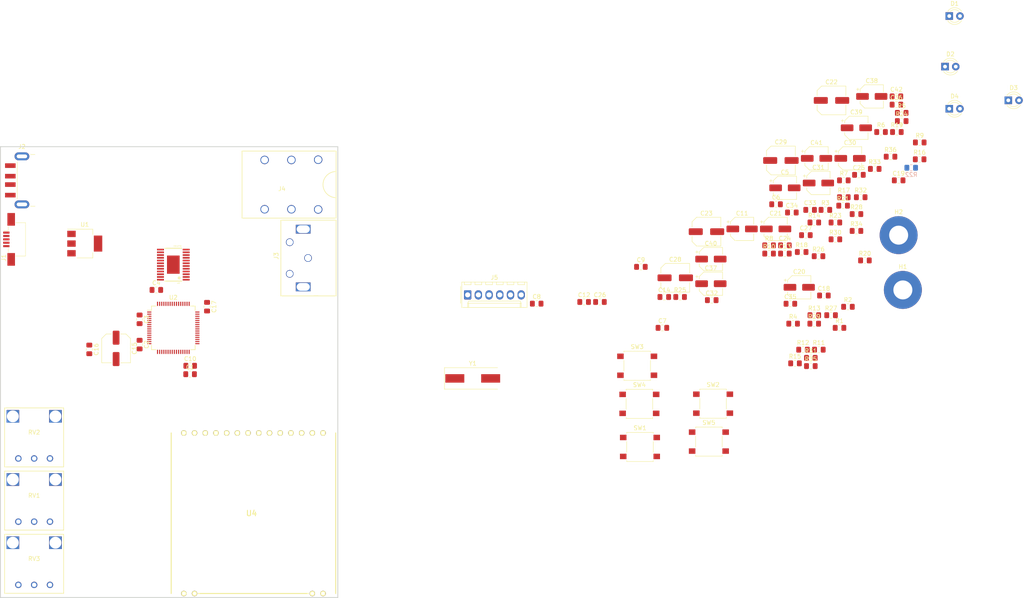
<source format=kicad_pcb>
(kicad_pcb (version 20171130) (host pcbnew "(5.0.2)-1")
  (layers (0 F.Cu signal) (31 B.Cu signal) (34 B.Paste user) (35 F.Paste user) (36 B.SilkS user) (37 F.SilkS user) (38 B.Mask user) (39 F.Mask user) (44 Edge.Cuts user))
  (net 0 "")
  (net 1 GNDD)
  (net 2 +3V3)
  (net 3 GNDA)
  (net 4 +5V)
  (net 5 "Net-(C6-Pad2)")
  (net 6 "Net-(C7-Pad2)")
  (net 7 "Net-(C10-Pad1)")
  (net 8 "Net-(C18-Pad1)")
  (net 9 /Button5)
  (net 10 /OUTR)
  (net 11 "Net-(C20-Pad2)")
  (net 12 "Net-(C21-Pad2)")
  (net 13 /OUTL)
  (net 14 "Net-(C22-Pad2)")
  (net 15 "Net-(C23-Pad1)")
  (net 16 /INR)
  (net 17 /INL)
  (net 18 "Net-(C30-Pad2)")
  (net 19 "Net-(C31-Pad2)")
  (net 20 "Net-(C32-Pad2)")
  (net 21 /Button4)
  (net 22 /Button1)
  (net 23 /Button2)
  (net 24 "Net-(C39-Pad2)")
  (net 25 "Net-(C39-Pad1)")
  (net 26 "Net-(C40-Pad1)")
  (net 27 "Net-(C40-Pad2)")
  (net 28 "Net-(C41-Pad1)")
  (net 29 /Button3)
  (net 30 "Net-(D1-Pad2)")
  (net 31 "Net-(D2-Pad2)")
  (net 32 "Net-(D3-Pad2)")
  (net 33 "Net-(D4-Pad2)")
  (net 34 "Net-(J1-Pad4)")
  (net 35 "Net-(J1-Pad3)")
  (net 36 "Net-(J1-Pad2)")
  (net 37 "Net-(J2-Pad2)")
  (net 38 "Net-(J2-Pad3)")
  (net 39 /USB_ID)
  (net 40 "Net-(J4-Pad2)")
  (net 41 "Net-(J4-Pad1)")
  (net 42 /SWO)
  (net 43 /NRST)
  (net 44 /SWDIO)
  (net 45 /SWCLK)
  (net 46 "Net-(R2-Pad1)")
  (net 47 GND)
  (net 48 "Net-(R3-Pad2)")
  (net 49 /USB_DM)
  (net 50 /USB_DP)
  (net 51 /CODEC_SPI_SCK)
  (net 52 /CODEC_SPI_MISO)
  (net 53 "Net-(R17-Pad2)")
  (net 54 /LED1)
  (net 55 /LED2)
  (net 56 /LED3)
  (net 57 /LED4)
  (net 58 "Net-(R22-Pad1)")
  (net 59 "Net-(R24-Pad1)")
  (net 60 "Net-(R26-Pad1)")
  (net 61 /I2S_SDOUT)
  (net 62 /SPI_MOSI)
  (net 63 /SPI_MISO)
  (net 64 "Net-(R33-Pad2)")
  (net 65 "Net-(R34-Pad1)")
  (net 66 /POT3)
  (net 67 /POT2)
  (net 68 /POT1)
  (net 69 "Net-(U2-Pad2)")
  (net 70 "Net-(U2-Pad3)")
  (net 71 "Net-(U2-Pad4)")
  (net 72 "Net-(U2-Pad11)")
  (net 73 "Net-(U2-Pad17)")
  (net 74 /CODEC_CS)
  (net 75 /CODEC_SPI_MOSI)
  (net 76 "Net-(U2-Pad24)")
  (net 77 "Net-(U2-Pad25)")
  (net 78 /I2S_LRCK)
  (net 79 /I2S_SCLK)
  (net 80 /I2S_SDIN)
  (net 81 /I2S_MCLK)
  (net 82 "Net-(U2-Pad38)")
  (net 83 "Net-(U2-Pad39)")
  (net 84 "Net-(U2-Pad40)")
  (net 85 "Net-(U2-Pad41)")
  (net 86 /LCD_CS)
  (net 87 /LCD_SPI_SCK)
  (net 88 /LCD_SPI_MISO)
  (net 89 /LCD_SPI_MOSI)
  (net 90 "Net-(U2-Pad54)")
  (net 91 "Net-(U2-Pad61)")
  (net 92 "Net-(U2-Pad62)")
  (net 93 "Net-(U4-Pad1)")
  (net 94 "Net-(U4-Pad2)")
  (net 95 "Net-(U4-Pad14)")
  (net 96 "Net-(U4-Pad13)")
  (net 97 /SPI_SCK)
  (net 98 "Net-(U3-Pad24)")
  (net 99 "Net-(U3-Pad21)")
  (module Capacitor_SMD:C_0805_2012Metric_Pad1.15x1.40mm_HandSolder (layer F.Cu) (at 155.975 109)
    (fp_text reference C1 (at 0 -1.65) (layer F.SilkS))
    (fp_text value 100n)
    (pad 2 smd roundrect (at 1.025 0) (size 1.15 1.4) (layers F.Cu F.Paste F.Mask) (roundrect_rratio 0.217391) (net 1 GNDD))
    (pad 1 smd roundrect (at -1.025 0) (size 1.15 1.4) (layers F.Cu F.Paste F.Mask) (roundrect_rratio 0.217391) (net 2 +3V3))
  )
  (module Capacitor_SMD:C_0805_2012Metric_Pad1.15x1.40mm_HandSolder (layer F.Cu) (at 144 101.975 270)
    (fp_text reference C2 (at 0 -1.65 270) (layer F.SilkS))
    (fp_text value 100n)
    (pad 1 smd roundrect (at -1.025 0 270) (size 1.15 1.4) (layers F.Cu F.Paste F.Mask) (roundrect_rratio 0.217391) (net 2 +3V3))
    (pad 2 smd roundrect (at 1.025 0 270) (size 1.15 1.4) (layers F.Cu F.Paste F.Mask) (roundrect_rratio 0.217391) (net 1 GNDD))
  )
  (module Capacitor_SMD:C_0805_2012Metric_Pad1.15x1.40mm_HandSolder (layer F.Cu) (at 144 95.975 270)
    (fp_text reference C3 (at 0 -1.65 270) (layer F.SilkS))
    (fp_text value 100n)
    (pad 2 smd roundrect (at 1.025 0 270) (size 1.15 1.4) (layers F.Cu F.Paste F.Mask) (roundrect_rratio 0.217391) (net 1 GNDD))
    (pad 1 smd roundrect (at -1.025 0 270) (size 1.15 1.4) (layers F.Cu F.Paste F.Mask) (roundrect_rratio 0.217391) (net 2 +3V3))
  )
  (module Capacitor_SMD:C_0805_2012Metric_Pad1.15x1.40mm_HandSolder (layer F.Cu) (at 147.975 89)
    (fp_text reference C4 (at 0 -1.65) (layer F.SilkS))
    (fp_text value 100n)
    (pad 1 smd roundrect (at -1.025 0) (size 1.15 1.4) (layers F.Cu F.Paste F.Mask) (roundrect_rratio 0.217391) (net 2 +3V3))
    (pad 2 smd roundrect (at 1.025 0) (size 1.15 1.4) (layers F.Cu F.Paste F.Mask) (roundrect_rratio 0.217391) (net 1 GNDD))
  )
  (module Capacitor_SMD:CP_Elec_5x5.9 (layer F.Cu) (at 297.025001 64.775001)
    (fp_text reference C5 (at 0 -3.7) (layer F.SilkS))
    (fp_text value 10u)
    (pad 2 smd roundrect (at 2.2 0) (size 3 1.6) (layers F.Cu F.Paste F.Mask) (roundrect_rratio 0.15625) (net 3 GNDA))
    (pad 1 smd roundrect (at -2.2 0) (size 3 1.6) (layers F.Cu F.Paste F.Mask) (roundrect_rratio 0.15625) (net 4 +5V))
  )
  (module Capacitor_SMD:C_0805_2012Metric_Pad1.15x1.40mm_HandSolder (layer F.Cu) (at 294.925001 68.675001)
    (fp_text reference C6 (at 0 -1.65) (layer F.SilkS))
    (fp_text value 18p)
    (pad 2 smd roundrect (at 1.025 0) (size 1.15 1.4) (layers F.Cu F.Paste F.Mask) (roundrect_rratio 0.217391) (net 5 "Net-(C6-Pad2)"))
    (pad 1 smd roundrect (at -1.025 0) (size 1.15 1.4) (layers F.Cu F.Paste F.Mask) (roundrect_rratio 0.217391) (net 3 GNDA))
  )
  (module Capacitor_SMD:C_0805_2012Metric_Pad1.15x1.40mm_HandSolder (layer F.Cu) (at 267.975 98)
    (fp_text reference C7 (at 0 -1.65) (layer F.SilkS))
    (fp_text value 18p)
    (pad 2 smd roundrect (at 1.025 0) (size 1.15 1.4) (layers F.Cu F.Paste F.Mask) (roundrect_rratio 0.217391) (net 6 "Net-(C7-Pad2)"))
    (pad 1 smd roundrect (at -1.025 0) (size 1.15 1.4) (layers F.Cu F.Paste F.Mask) (roundrect_rratio 0.217391) (net 3 GNDA))
  )
  (module Capacitor_SMD:C_0805_2012Metric_Pad1.15x1.40mm_HandSolder (layer F.Cu) (at 238.165001 92.255001)
    (fp_text reference C8 (at 0 -1.65) (layer F.SilkS))
    (fp_text value 100n)
    (pad 2 smd roundrect (at 1.025 0) (size 1.15 1.4) (layers F.Cu F.Paste F.Mask) (roundrect_rratio 0.217391) (net 3 GNDA))
    (pad 1 smd roundrect (at -1.025 0) (size 1.15 1.4) (layers F.Cu F.Paste F.Mask) (roundrect_rratio 0.217391) (net 4 +5V))
  )
  (module Capacitor_SMD:C_0805_2012Metric_Pad1.15x1.40mm_HandSolder (layer F.Cu) (at 262.875001 83.525001)
    (fp_text reference C9 (at 0 -1.65) (layer F.SilkS))
    (fp_text value 100n)
    (pad 1 smd roundrect (at -1.025 0) (size 1.15 1.4) (layers F.Cu F.Paste F.Mask) (roundrect_rratio 0.217391) (net 4 +5V))
    (pad 2 smd roundrect (at 1.025 0) (size 1.15 1.4) (layers F.Cu F.Paste F.Mask) (roundrect_rratio 0.217391) (net 3 GNDA))
  )
  (module Capacitor_SMD:C_0805_2012Metric_Pad1.15x1.40mm_HandSolder (layer F.Cu) (at 156 107)
    (fp_text reference C10 (at 0 -1.65) (layer F.SilkS))
    (fp_text value 100n)
    (pad 1 smd roundrect (at -1.025 0) (size 1.15 1.4) (layers F.Cu F.Paste F.Mask) (roundrect_rratio 0.217391) (net 7 "Net-(C10-Pad1)"))
    (pad 2 smd roundrect (at 1.025 0) (size 1.15 1.4) (layers F.Cu F.Paste F.Mask) (roundrect_rratio 0.217391) (net 1 GNDD))
  )
  (module Capacitor_SMD:CP_Elec_5x5.9 (layer F.Cu) (at 286.875001 74.525001)
    (fp_text reference C11 (at 0 -3.7) (layer F.SilkS))
    (fp_text value 10u)
    (pad 1 smd roundrect (at -2.2 0) (size 3 1.6) (layers F.Cu F.Paste F.Mask) (roundrect_rratio 0.15625) (net 2 +3V3))
    (pad 2 smd roundrect (at 2.2 0) (size 3 1.6) (layers F.Cu F.Paste F.Mask) (roundrect_rratio 0.15625) (net 3 GNDA))
  )
  (module Capacitor_SMD:C_0805_2012Metric_Pad1.15x1.40mm_HandSolder (layer F.Cu) (at 249.415001 91.855001)
    (fp_text reference C12 (at 0 -1.65) (layer F.SilkS))
    (fp_text value 100n)
    (pad 2 smd roundrect (at 1.025 0) (size 1.15 1.4) (layers F.Cu F.Paste F.Mask) (roundrect_rratio 0.217391) (net 3 GNDA))
    (pad 1 smd roundrect (at -1.025 0) (size 1.15 1.4) (layers F.Cu F.Paste F.Mask) (roundrect_rratio 0.217391) (net 2 +3V3))
  )
  (module Capacitor_SMD:C_0805_2012Metric_Pad1.15x1.40mm_HandSolder (layer F.Cu) (at 297.025001 80.375001)
    (fp_text reference C13 (at 0 -1.65) (layer F.SilkS))
    (fp_text value 100n)
    (pad 2 smd roundrect (at 1.025 0) (size 1.15 1.4) (layers F.Cu F.Paste F.Mask) (roundrect_rratio 0.217391) (net 3 GNDA))
    (pad 1 smd roundrect (at -1.025 0) (size 1.15 1.4) (layers F.Cu F.Paste F.Mask) (roundrect_rratio 0.217391) (net 2 +3V3))
  )
  (module Capacitor_SMD:C_0805_2012Metric_Pad1.15x1.40mm_HandSolder (layer F.Cu) (at 268.425001 90.675001)
    (fp_text reference C14 (at 0 -1.65) (layer F.SilkS))
    (fp_text value 100n)
    (pad 1 smd roundrect (at -1.025 0) (size 1.15 1.4) (layers F.Cu F.Paste F.Mask) (roundrect_rratio 0.217391) (net 2 +3V3))
    (pad 2 smd roundrect (at 1.025 0) (size 1.15 1.4) (layers F.Cu F.Paste F.Mask) (roundrect_rratio 0.217391) (net 1 GNDD))
  )
  (module Capacitor_SMD:C_Elec_6.3x7.7 (layer F.Cu) (at 138.43 102.87 270)
    (fp_text reference C15 (at 0 -4.35 270) (layer F.SilkS))
    (fp_text value 1u)
    (pad 1 smd roundrect (at -2.5375 0 270) (size 3.325 1.6) (layers F.Cu F.Paste F.Mask) (roundrect_rratio 0.15625) (net 2 +3V3))
    (pad 2 smd roundrect (at 2.5375 0 270) (size 3.325 1.6) (layers F.Cu F.Paste F.Mask) (roundrect_rratio 0.15625) (net 3 GNDA))
  )
  (module Capacitor_SMD:C_0805_2012Metric_Pad1.15x1.40mm_HandSolder (layer F.Cu) (at 132.08 103.115 270)
    (fp_text reference C16 (at 0 -1.65 270) (layer F.SilkS))
    (fp_text value 100n)
    (pad 2 smd roundrect (at 1.025 0 270) (size 1.15 1.4) (layers F.Cu F.Paste F.Mask) (roundrect_rratio 0.217391) (net 3 GNDA))
    (pad 1 smd roundrect (at -1.025 0 270) (size 1.15 1.4) (layers F.Cu F.Paste F.Mask) (roundrect_rratio 0.217391) (net 2 +3V3))
  )
  (module Capacitor_SMD:C_0805_2012Metric_Pad1.15x1.40mm_HandSolder (layer F.Cu) (at 160 92.975 270)
    (fp_text reference C17 (at 0 -1.65 270) (layer F.SilkS))
    (fp_text value 4.7u)
    (pad 1 smd roundrect (at -1.025 0 270) (size 1.15 1.4) (layers F.Cu F.Paste F.Mask) (roundrect_rratio 0.217391) (net 2 +3V3))
    (pad 2 smd roundrect (at 1.025 0 270) (size 1.15 1.4) (layers F.Cu F.Paste F.Mask) (roundrect_rratio 0.217391) (net 1 GNDD))
  )
  (module Capacitor_SMD:C_0805_2012Metric_Pad1.15x1.40mm_HandSolder (layer F.Cu) (at 306.275001 90.325001)
    (fp_text reference C18 (at 0 -1.65) (layer F.SilkS))
    (fp_text value 2700p)
    (pad 1 smd roundrect (at -1.025 0) (size 1.15 1.4) (layers F.Cu F.Paste F.Mask) (roundrect_rratio 0.217391) (net 8 "Net-(C18-Pad1)"))
    (pad 2 smd roundrect (at 1.025 0) (size 1.15 1.4) (layers F.Cu F.Paste F.Mask) (roundrect_rratio 0.217391) (net 3 GNDA))
  )
  (module Capacitor_SMD:C_0805_2012Metric_Pad1.15x1.40mm_HandSolder (layer F.Cu) (at 324 63)
    (fp_text reference C19 (at 0 -1.65) (layer F.SilkS))
    (fp_text value 0.1u)
    (pad 2 smd roundrect (at 1.025 0) (size 1.15 1.4) (layers F.Cu F.Paste F.Mask) (roundrect_rratio 0.217391) (net 1 GNDD))
    (pad 1 smd roundrect (at -1.025 0) (size 1.15 1.4) (layers F.Cu F.Paste F.Mask) (roundrect_rratio 0.217391) (net 9 /Button5))
  )
  (module Capacitor_SMD:CP_Elec_5x5.9 (layer F.Cu) (at 300.425001 88.375001)
    (fp_text reference C20 (at 0 -3.7) (layer F.SilkS))
    (fp_text value 3.3u)
    (pad 1 smd roundrect (at -2.2 0) (size 3 1.6) (layers F.Cu F.Paste F.Mask) (roundrect_rratio 0.15625) (net 10 /OUTR))
    (pad 2 smd roundrect (at 2.2 0) (size 3 1.6) (layers F.Cu F.Paste F.Mask) (roundrect_rratio 0.15625) (net 11 "Net-(C20-Pad2)"))
  )
  (module Capacitor_SMD:CP_Elec_5x5.9 (layer F.Cu) (at 294.825001 74.525001)
    (fp_text reference C21 (at 0 -3.7) (layer F.SilkS))
    (fp_text value 3.3u)
    (pad 2 smd roundrect (at 2.2 0) (size 3 1.6) (layers F.Cu F.Paste F.Mask) (roundrect_rratio 0.15625) (net 12 "Net-(C21-Pad2)"))
    (pad 1 smd roundrect (at -2.2 0) (size 3 1.6) (layers F.Cu F.Paste F.Mask) (roundrect_rratio 0.15625) (net 13 /OUTL))
  )
  (module Capacitor_SMD:C_Elec_6.3x7.7 (layer F.Cu) (at 308.075001 44.025001)
    (fp_text reference C22 (at 0 -4.35) (layer F.SilkS))
    (fp_text value 47u)
    (pad 1 smd roundrect (at -2.5375 0) (size 3.325 1.6) (layers F.Cu F.Paste F.Mask) (roundrect_rratio 0.15625) (net 3 GNDA))
    (pad 2 smd roundrect (at 2.5375 0) (size 3.325 1.6) (layers F.Cu F.Paste F.Mask) (roundrect_rratio 0.15625) (net 14 "Net-(C22-Pad2)"))
  )
  (module Capacitor_SMD:C_Elec_6.3x7.7 (layer F.Cu) (at 278.425001 75.175001)
    (fp_text reference C23 (at 0 -4.35) (layer F.SilkS))
    (fp_text value 47u)
    (pad 2 smd roundrect (at 2.5375 0) (size 3.325 1.6) (layers F.Cu F.Paste F.Mask) (roundrect_rratio 0.15625) (net 3 GNDA))
    (pad 1 smd roundrect (at -2.5375 0) (size 3.325 1.6) (layers F.Cu F.Paste F.Mask) (roundrect_rratio 0.15625) (net 15 "Net-(C23-Pad1)"))
  )
  (module Capacitor_SMD:C_0805_2012Metric_Pad1.15x1.40mm_HandSolder (layer F.Cu) (at 297.025001 78.425001)
    (fp_text reference C24 (at 0 -1.65) (layer F.SilkS))
    (fp_text value 0.1u)
    (pad 2 smd roundrect (at 1.025 0) (size 1.15 1.4) (layers F.Cu F.Paste F.Mask) (roundrect_rratio 0.217391) (net 3 GNDA))
    (pad 1 smd roundrect (at -1.025 0) (size 1.15 1.4) (layers F.Cu F.Paste F.Mask) (roundrect_rratio 0.217391) (net 14 "Net-(C22-Pad2)"))
  )
  (module Capacitor_SMD:C_0805_2012Metric_Pad1.15x1.40mm_HandSolder (layer F.Cu) (at 314.575001 61.675001)
    (fp_text reference C25 (at 0 -1.65) (layer F.SilkS))
    (fp_text value 0.1u)
    (pad 2 smd roundrect (at 1.025 0) (size 1.15 1.4) (layers F.Cu F.Paste F.Mask) (roundrect_rratio 0.217391) (net 15 "Net-(C23-Pad1)"))
    (pad 1 smd roundrect (at -1.025 0) (size 1.15 1.4) (layers F.Cu F.Paste F.Mask) (roundrect_rratio 0.217391) (net 3 GNDA))
  )
  (module Capacitor_SMD:C_0805_2012Metric_Pad1.15x1.40mm_HandSolder (layer F.Cu) (at 253.165001 91.855001)
    (fp_text reference C26 (at 0 -1.65) (layer F.SilkS))
    (fp_text value 200p)
    (pad 1 smd roundrect (at -1.025 0) (size 1.15 1.4) (layers F.Cu F.Paste F.Mask) (roundrect_rratio 0.217391) (net 16 /INR))
    (pad 2 smd roundrect (at 1.025 0) (size 1.15 1.4) (layers F.Cu F.Paste F.Mask) (roundrect_rratio 0.217391) (net 3 GNDA))
  )
  (module Capacitor_SMD:C_0805_2012Metric_Pad1.15x1.40mm_HandSolder (layer F.Cu) (at 302 76)
    (fp_text reference C27 (at 0 -1.65) (layer F.SilkS))
    (fp_text value 200p)
    (pad 1 smd roundrect (at -1.025 0) (size 1.15 1.4) (layers F.Cu F.Paste F.Mask) (roundrect_rratio 0.217391) (net 17 /INL))
    (pad 2 smd roundrect (at 1.025 0) (size 1.15 1.4) (layers F.Cu F.Paste F.Mask) (roundrect_rratio 0.217391) (net 3 GNDA))
  )
  (module Capacitor_SMD:C_Elec_6.3x7.7 (layer F.Cu) (at 271.025001 86.125001)
    (fp_text reference C28 (at 0 -4.35) (layer F.SilkS))
    (fp_text value 0.1u)
    (pad 1 smd roundrect (at -2.5375 0) (size 3.325 1.6) (layers F.Cu F.Paste F.Mask) (roundrect_rratio 0.15625) (net 3 GNDA))
    (pad 2 smd roundrect (at 2.5375 0) (size 3.325 1.6) (layers F.Cu F.Paste F.Mask) (roundrect_rratio 0.15625) (net 4 +5V))
  )
  (module Capacitor_SMD:C_Elec_6.3x7.7 (layer F.Cu) (at 296.075001 58.275001)
    (fp_text reference C29 (at 0 -4.35) (layer F.SilkS))
    (fp_text value 0.1u)
    (pad 2 smd roundrect (at 2.5375 0) (size 3.325 1.6) (layers F.Cu F.Paste F.Mask) (roundrect_rratio 0.15625) (net 3 GNDA))
    (pad 1 smd roundrect (at -2.5375 0) (size 3.325 1.6) (layers F.Cu F.Paste F.Mask) (roundrect_rratio 0.15625) (net 2 +3V3))
  )
  (module Capacitor_SMD:CP_Elec_5x5.9 (layer F.Cu) (at 312.475001 57.775001)
    (fp_text reference C30 (at 0 -3.7) (layer F.SilkS))
    (fp_text value 10u)
    (pad 1 smd roundrect (at -2.2 0) (size 3 1.6) (layers F.Cu F.Paste F.Mask) (roundrect_rratio 0.15625) (net 16 /INR))
    (pad 2 smd roundrect (at 2.2 0) (size 3 1.6) (layers F.Cu F.Paste F.Mask) (roundrect_rratio 0.15625) (net 18 "Net-(C30-Pad2)"))
  )
  (module Capacitor_SMD:CP_Elec_5x5.9 (layer F.Cu) (at 304.975001 63.625001)
    (fp_text reference C31 (at 0 -3.7) (layer F.SilkS))
    (fp_text value 10u)
    (pad 2 smd roundrect (at 2.2 0) (size 3 1.6) (layers F.Cu F.Paste F.Mask) (roundrect_rratio 0.15625) (net 19 "Net-(C31-Pad2)"))
    (pad 1 smd roundrect (at -2.2 0) (size 3 1.6) (layers F.Cu F.Paste F.Mask) (roundrect_rratio 0.15625) (net 17 /INL))
  )
  (module Capacitor_SMD:C_0805_2012Metric_Pad1.15x1.40mm_HandSolder (layer F.Cu) (at 279.675001 91.425001)
    (fp_text reference C32 (at 0 -1.65) (layer F.SilkS))
    (fp_text value 2700p)
    (pad 1 smd roundrect (at -1.025 0) (size 1.15 1.4) (layers F.Cu F.Paste F.Mask) (roundrect_rratio 0.217391) (net 3 GNDA))
    (pad 2 smd roundrect (at 1.025 0) (size 1.15 1.4) (layers F.Cu F.Paste F.Mask) (roundrect_rratio 0.217391) (net 20 "Net-(C32-Pad2)"))
  )
  (module Capacitor_SMD:C_0805_2012Metric_Pad1.15x1.40mm_HandSolder (layer F.Cu) (at 303 70)
    (fp_text reference C33 (at 0 -1.65) (layer F.SilkS))
    (fp_text value 0.1u)
    (pad 1 smd roundrect (at -1.025 0) (size 1.15 1.4) (layers F.Cu F.Paste F.Mask) (roundrect_rratio 0.217391) (net 21 /Button4))
    (pad 2 smd roundrect (at 1.025 0) (size 1.15 1.4) (layers F.Cu F.Paste F.Mask) (roundrect_rratio 0.217391) (net 1 GNDD))
  )
  (module Capacitor_SMD:C_0805_2012Metric_Pad1.15x1.40mm_HandSolder (layer F.Cu) (at 298.675001 70.625001)
    (fp_text reference C34 (at 0 -1.65) (layer F.SilkS))
    (fp_text value 0.1u)
    (pad 1 smd roundrect (at -1.025 0) (size 1.15 1.4) (layers F.Cu F.Paste F.Mask) (roundrect_rratio 0.217391) (net 2 +3V3))
    (pad 2 smd roundrect (at 1.025 0) (size 1.15 1.4) (layers F.Cu F.Paste F.Mask) (roundrect_rratio 0.217391) (net 1 GNDD))
  )
  (module Capacitor_SMD:C_0805_2012Metric_Pad1.15x1.40mm_HandSolder (layer F.Cu) (at 298.325001 92.275001)
    (fp_text reference C35 (at 0 -1.65) (layer F.SilkS))
    (fp_text value 0.1u)
    (pad 2 smd roundrect (at 1.025 0) (size 1.15 1.4) (layers F.Cu F.Paste F.Mask) (roundrect_rratio 0.217391) (net 1 GNDD))
    (pad 1 smd roundrect (at -1.025 0) (size 1.15 1.4) (layers F.Cu F.Paste F.Mask) (roundrect_rratio 0.217391) (net 22 /Button1))
  )
  (module Capacitor_SMD:C_0805_2012Metric_Pad1.15x1.40mm_HandSolder (layer F.Cu) (at 323.475001 45.025001)
    (fp_text reference C36 (at 0 -1.65) (layer F.SilkS))
    (fp_text value 0.1u)
    (pad 1 smd roundrect (at -1.025 0) (size 1.15 1.4) (layers F.Cu F.Paste F.Mask) (roundrect_rratio 0.217391) (net 23 /Button2))
    (pad 2 smd roundrect (at 1.025 0) (size 1.15 1.4) (layers F.Cu F.Paste F.Mask) (roundrect_rratio 0.217391) (net 1 GNDD))
  )
  (module Capacitor_SMD:CP_Elec_5x5.9 (layer F.Cu) (at 279.475001 87.525001)
    (fp_text reference C37 (at 0 -3.7) (layer F.SilkS))
    (fp_text value 1u)
    (pad 1 smd roundrect (at -2.2 0) (size 3 1.6) (layers F.Cu F.Paste F.Mask) (roundrect_rratio 0.15625) (net 4 +5V))
    (pad 2 smd roundrect (at 2.2 0) (size 3 1.6) (layers F.Cu F.Paste F.Mask) (roundrect_rratio 0.15625) (net 3 GNDA))
  )
  (module Capacitor_SMD:CP_Elec_5x5.9 (layer F.Cu) (at 317.625001 43.075001)
    (fp_text reference C38 (at 0 -3.7) (layer F.SilkS))
    (fp_text value 1u)
    (pad 2 smd roundrect (at 2.2 0) (size 3 1.6) (layers F.Cu F.Paste F.Mask) (roundrect_rratio 0.15625) (net 3 GNDA))
    (pad 1 smd roundrect (at -2.2 0) (size 3 1.6) (layers F.Cu F.Paste F.Mask) (roundrect_rratio 0.15625) (net 2 +3V3))
  )
  (module Capacitor_SMD:CP_Elec_5x5.9 (layer F.Cu) (at 313.975001 50.525001)
    (fp_text reference C39 (at 0 -3.7) (layer F.SilkS))
    (fp_text value 1u)
    (pad 2 smd roundrect (at 2.2 0) (size 3 1.6) (layers F.Cu F.Paste F.Mask) (roundrect_rratio 0.15625) (net 24 "Net-(C39-Pad2)"))
    (pad 1 smd roundrect (at -2.2 0) (size 3 1.6) (layers F.Cu F.Paste F.Mask) (roundrect_rratio 0.15625) (net 25 "Net-(C39-Pad1)"))
  )
  (module Capacitor_SMD:CP_Elec_5x5.9 (layer F.Cu) (at 279.475001 81.675001)
    (fp_text reference C40 (at 0 -3.7) (layer F.SilkS))
    (fp_text value 1u)
    (pad 1 smd roundrect (at -2.2 0) (size 3 1.6) (layers F.Cu F.Paste F.Mask) (roundrect_rratio 0.15625) (net 26 "Net-(C40-Pad1)"))
    (pad 2 smd roundrect (at 2.2 0) (size 3 1.6) (layers F.Cu F.Paste F.Mask) (roundrect_rratio 0.15625) (net 27 "Net-(C40-Pad2)"))
  )
  (module Capacitor_SMD:CP_Elec_5x5.9 (layer F.Cu) (at 304.525001 57.775001)
    (fp_text reference C41 (at 0 -3.7) (layer F.SilkS))
    (fp_text value 1u)
    (pad 1 smd roundrect (at -2.2 0) (size 3 1.6) (layers F.Cu F.Paste F.Mask) (roundrect_rratio 0.15625) (net 28 "Net-(C41-Pad1)"))
    (pad 2 smd roundrect (at 2.2 0) (size 3 1.6) (layers F.Cu F.Paste F.Mask) (roundrect_rratio 0.15625) (net 1 GNDD))
  )
  (module Capacitor_SMD:C_0805_2012Metric_Pad1.15x1.40mm_HandSolder (layer F.Cu) (at 323.475001 43.075001)
    (fp_text reference C42 (at 0 -1.65) (layer F.SilkS))
    (fp_text value 0.1u)
    (pad 2 smd roundrect (at 1.025 0) (size 1.15 1.4) (layers F.Cu F.Paste F.Mask) (roundrect_rratio 0.217391) (net 1 GNDD))
    (pad 1 smd roundrect (at -1.025 0) (size 1.15 1.4) (layers F.Cu F.Paste F.Mask) (roundrect_rratio 0.217391) (net 29 /Button3))
  )
  (module LED_THT:LED_D3.0mm (layer F.Cu) (at 336 24)
    (fp_text reference D1 (at 1.27 -2.96) (layer F.SilkS))
    (fp_text value LED)
    (pad 2 thru_hole circle (at 2.54 0) (size 1.8 1.8) (drill 0.9) (layers *.Cu *.Mask) (net 30 "Net-(D1-Pad2)"))
    (pad 1 thru_hole rect (at 0 0) (size 1.8 1.8) (drill 0.9) (layers *.Cu *.Mask) (net 3 GNDA))
  )
  (module LED_THT:LED_D3.0mm (layer F.Cu) (at 335 36)
    (fp_text reference D2 (at 1.27 -2.96) (layer F.SilkS))
    (fp_text value LED)
    (pad 1 thru_hole rect (at 0 0) (size 1.8 1.8) (drill 0.9) (layers *.Cu *.Mask) (net 3 GNDA))
    (pad 2 thru_hole circle (at 2.54 0) (size 1.8 1.8) (drill 0.9) (layers *.Cu *.Mask) (net 31 "Net-(D2-Pad2)"))
  )
  (module LED_THT:LED_D3.0mm (layer F.Cu) (at 350 44)
    (fp_text reference D3 (at 1.27 -2.96) (layer F.SilkS))
    (fp_text value LED)
    (pad 2 thru_hole circle (at 2.54 0) (size 1.8 1.8) (drill 0.9) (layers *.Cu *.Mask) (net 32 "Net-(D3-Pad2)"))
    (pad 1 thru_hole rect (at 0 0) (size 1.8 1.8) (drill 0.9) (layers *.Cu *.Mask) (net 3 GNDA))
  )
  (module LED_THT:LED_D3.0mm (layer F.Cu) (at 336 46)
    (fp_text reference D4 (at 1.27 -2.96) (layer F.SilkS))
    (fp_text value LED)
    (pad 1 thru_hole rect (at 0 0) (size 1.8 1.8) (drill 0.9) (layers *.Cu *.Mask) (net 3 GNDA))
    (pad 2 thru_hole circle (at 2.54 0) (size 1.8 1.8) (drill 0.9) (layers *.Cu *.Mask) (net 33 "Net-(D4-Pad2)"))
  )
  (module MountingHole:MountingHole_4.5mm_Pad (layer F.Cu) (at 325 89)
    (fp_text reference H1 (at 0 -5.5) (layer F.SilkS))
    (fp_text value MountingHole_Pad)
    (pad 1 thru_hole circle (at 0 0) (size 9 9) (drill 4.5) (layers *.Cu *.Mask) (net 4 +5V))
  )
  (module MountingHole:MountingHole_4.5mm_Pad (layer F.Cu) (at 324 76)
    (fp_text reference H2 (at 0 -5.5) (layer F.SilkS))
    (fp_text value MountingHole_Pad)
    (pad 1 thru_hole circle (at 0 0) (size 9 9) (drill 4.5) (layers *.Cu *.Mask) (net 1 GNDD))
  )
  (module Connector_USB:USB_Mini-B_AdamTech_MUSB-B5-S-VT-TSMT-1_SMD_Vertical (layer F.Cu) (at 114 77)
    (fp_text reference J1 (at -2.18 4.39 90) (layer F.SilkS))
    (fp_text value USB_OTG)
    (pad "" np_thru_hole circle (at 1.85 3 90) (size 1 1) (drill 1) (layers *.Cu *.Mask))
    (pad "" np_thru_hole circle (at 1.85 -3 90) (size 1 1) (drill 1) (layers *.Cu *.Mask))
    (pad 5 smd rect (at -1.6 1.6 90) (size 0.5 1.5) (layers F.Cu F.Paste F.Mask) (net 3 GNDA))
    (pad 4 smd rect (at -1.6 0.8 90) (size 0.5 1.5) (layers F.Cu F.Paste F.Mask) (net 34 "Net-(J1-Pad4)"))
    (pad 3 smd rect (at -1.6 0 90) (size 0.5 1.5) (layers F.Cu F.Paste F.Mask) (net 35 "Net-(J1-Pad3)"))
    (pad 2 smd rect (at -1.6 -0.8 90) (size 0.5 1.5) (layers F.Cu F.Paste F.Mask) (net 36 "Net-(J1-Pad2)"))
    (pad 1 smd rect (at -1.6 -1.6 90) (size 0.5 1.5) (layers F.Cu F.Paste F.Mask) (net 4 +5V))
    (pad 6 smd rect (at -0.45 4.75 90) (size 3 1.8) (layers F.Cu F.Paste F.Mask) (net 3 GNDA))
    (pad 6 smd rect (at -0.45 -4.75 90) (size 3 1.8) (layers F.Cu F.Paste F.Mask) (net 3 GNDA))
  )
  (module Lab1:USB_A_remade (layer F.Cu) (at 123 63)
    (fp_text reference J2 (at -6.9 -8) (layer F.SilkS))
    (fp_text value USB_B_Micro)
    (pad 2 smd rect (at -9.65 -1) (size 2.5 1.1) (layers F.Cu F.Paste F.Mask) (net 37 "Net-(J2-Pad2)"))
    (pad 3 smd rect (at -9.65 1) (size 2.5 1.1) (layers F.Cu F.Paste F.Mask) (net 38 "Net-(J2-Pad3)"))
    (pad 1 smd rect (at -9.65 -3.5) (size 2.5 1.1) (layers F.Cu F.Paste F.Mask) (net 4 +5V))
    (pad 4 smd rect (at -9.65 3.5) (size 2.5 1.1) (layers F.Cu F.Paste F.Mask) (net 39 /USB_ID))
    (pad 6 thru_hole oval (at -6.9 -5.7) (size 3.5 1.9) (drill oval 2.5 0.9) (layers *.Cu *.Mask) (net 3 GNDA))
    (pad 5 thru_hole oval (at -6.9 5.7) (size 3.5 1.9) (drill oval 2.5 0.9) (layers *.Cu *.Mask) (net 3 GNDA))
    (pad "" np_thru_hole circle (at -6.9 -2.25) (size 1.1 1.1) (drill 1.1) (layers *.Cu *.Mask))
    (pad "" np_thru_hole circle (at -6.9 2.25) (size 1.1 1.1) (drill 1.1) (layers *.Cu *.Mask))
  )
  (module Lab1:RCA (layer F.Cu) (at 179.6 81.43 90)
    (fp_text reference J3 (at 0.5 -3.2 90) (layer F.SilkS))
    (fp_text value Conn_01x03_Female)
    (pad 3 thru_hole circle (at 3.75 0 90) (size 1.8 1.8) (drill 1.5) (layers *.Cu *.Mask) (net 8 "Net-(C18-Pad1)"))
    (pad 2 thru_hole circle (at -3.75 0 90) (size 1.8 1.8) (drill 1.5) (layers *.Cu *.Mask) (net 20 "Net-(C32-Pad2)"))
    (pad 1 thru_hole circle (at 0 4.35 90) (size 1.8 1.8) (drill 1.5) (layers *.Cu *.Mask) (net 3 GNDA))
    (pad "" np_thru_hole rect (at -6.85 3.2 90) (size 2.1 3.5) (drill oval 1.8 3.1) (layers *.Cu *.Mask))
    (pad "" np_thru_hole rect (at 6.85 3.2 90) (size 2.1 3.5) (drill oval 1.8 3.1) (layers *.Cu *.Mask))
  )
  (module Lab1:6.35_stero_jack_socket (layer F.Cu) (at 180 64 270)
    (fp_text reference J4 (at 1 2.25) (layer F.SilkS))
    (fp_text value Conn_01x06_Female)
    (pad 2 thru_hole circle (at -5.85 0 270) (size 2 2) (drill 1.6) (layers *.Cu *.Mask) (net 40 "Net-(J4-Pad2)"))
    (pad 5 thru_hole circle (at 5.85 0 270) (size 2 2) (drill 1.6) (layers *.Cu *.Mask) (net 40 "Net-(J4-Pad2)"))
    (pad 3 thru_hole circle (at -5.85 6.35 270) (size 2 2) (drill 1.6) (layers *.Cu *.Mask) (net 3 GNDA))
    (pad 6 thru_hole circle (at 5.85 6.35 270) (size 2 2) (drill 1.6) (layers *.Cu *.Mask) (net 3 GNDA))
    (pad 1 thru_hole circle (at -5.9 -6.35 270) (size 2 2) (drill 1.6) (layers *.Cu *.Mask) (net 41 "Net-(J4-Pad1)"))
    (pad 4 thru_hole circle (at 5.9 -6.35 270) (size 2 2) (drill 1.6) (layers *.Cu *.Mask) (net 41 "Net-(J4-Pad1)"))
  )
  (module Connector_Molex:Molex_KK-254_AE-6410-06A_1x06_P2.54mm_Vertical (layer F.Cu) (at 221.795001 90.175001)
    (fp_text reference J5 (at 6.35 -4.12) (layer F.SilkS))
    (fp_text value Conn_01x06_Female)
    (pad 1 thru_hole roundrect (at 0 0) (size 1.74 2.2) (drill 1.2) (layers *.Cu *.Mask) (roundrect_rratio 0.143678) (net 42 /SWO))
    (pad 2 thru_hole oval (at 2.54 0) (size 1.74 2.2) (drill 1.2) (layers *.Cu *.Mask) (net 43 /NRST))
    (pad 3 thru_hole oval (at 5.08 0) (size 1.74 2.2) (drill 1.2) (layers *.Cu *.Mask) (net 44 /SWDIO))
    (pad 4 thru_hole oval (at 7.62 0) (size 1.74 2.2) (drill 1.2) (layers *.Cu *.Mask) (net 1 GNDD))
    (pad 5 thru_hole oval (at 10.16 0) (size 1.74 2.2) (drill 1.2) (layers *.Cu *.Mask) (net 45 /SWCLK))
    (pad 6 thru_hole oval (at 12.7 0) (size 1.74 2.2) (drill 1.2) (layers *.Cu *.Mask) (net 2 +3V3))
  )
  (module Resistor_SMD:R_0805_2012Metric_Pad1.15x1.40mm_HandSolder (layer F.Cu) (at 309.975 98)
    (fp_text reference R1 (at 0 -1.65) (layer F.SilkS))
    (fp_text value 10K)
    (pad 2 smd roundrect (at 1.025 0) (size 1.15 1.4) (layers F.Cu F.Paste F.Mask) (roundrect_rratio 0.217391) (net 2 +3V3))
    (pad 1 smd roundrect (at -1.025 0) (size 1.15 1.4) (layers F.Cu F.Paste F.Mask) (roundrect_rratio 0.217391) (net 43 /NRST))
  )
  (module Resistor_SMD:R_0805_2012Metric_Pad1.15x1.40mm_HandSolder (layer F.Cu) (at 311.975 93)
    (fp_text reference R2 (at 0 -1.65) (layer F.SilkS))
    (fp_text value 10K)
    (pad 1 smd roundrect (at -1.025 0) (size 1.15 1.4) (layers F.Cu F.Paste F.Mask) (roundrect_rratio 0.217391) (net 46 "Net-(R2-Pad1)"))
    (pad 2 smd roundrect (at 1.025 0) (size 1.15 1.4) (layers F.Cu F.Paste F.Mask) (roundrect_rratio 0.217391) (net 47 GND))
  )
  (module Resistor_SMD:R_0805_2012Metric_Pad1.15x1.40mm_HandSolder (layer F.Cu) (at 306.625001 70)
    (fp_text reference R3 (at 0 -1.65) (layer F.SilkS))
    (fp_text value 1.8k)
    (pad 1 smd roundrect (at -1.025 0) (size 1.15 1.4) (layers F.Cu F.Paste F.Mask) (roundrect_rratio 0.217391) (net 2 +3V3))
    (pad 2 smd roundrect (at 1.025 0) (size 1.15 1.4) (layers F.Cu F.Paste F.Mask) (roundrect_rratio 0.217391) (net 48 "Net-(R3-Pad2)"))
  )
  (module Resistor_SMD:R_0805_2012Metric_Pad1.15x1.40mm_HandSolder (layer F.Cu) (at 298.975 97)
    (fp_text reference R4 (at 0 -1.65) (layer F.SilkS))
    (fp_text value 3.3k)
    (pad 2 smd roundrect (at 1.025 0) (size 1.15 1.4) (layers F.Cu F.Paste F.Mask) (roundrect_rratio 0.217391) (net 3 GNDA))
    (pad 1 smd roundrect (at -1.025 0) (size 1.15 1.4) (layers F.Cu F.Paste F.Mask) (roundrect_rratio 0.217391) (net 2 +3V3))
  )
  (module Resistor_SMD:R_0805_2012Metric_Pad1.15x1.40mm_HandSolder (layer F.Cu) (at 324.725001 46.975001)
    (fp_text reference R5 (at 0 -1.65) (layer F.SilkS))
    (fp_text value 470)
    (pad 1 smd roundrect (at -1.025 0) (size 1.15 1.4) (layers F.Cu F.Paste F.Mask) (roundrect_rratio 0.217391) (net 8 "Net-(C18-Pad1)"))
    (pad 2 smd roundrect (at 1.025 0) (size 1.15 1.4) (layers F.Cu F.Paste F.Mask) (roundrect_rratio 0.217391) (net 11 "Net-(C20-Pad2)"))
  )
  (module Resistor_SMD:R_0805_2012Metric_Pad1.15x1.40mm_HandSolder (layer F.Cu) (at 319.825001 51.525001)
    (fp_text reference R6 (at 0 -1.65) (layer F.SilkS))
    (fp_text value 470)
    (pad 1 smd roundrect (at -1.025 0) (size 1.15 1.4) (layers F.Cu F.Paste F.Mask) (roundrect_rratio 0.217391) (net 20 "Net-(C32-Pad2)"))
    (pad 2 smd roundrect (at 1.025 0) (size 1.15 1.4) (layers F.Cu F.Paste F.Mask) (roundrect_rratio 0.217391) (net 12 "Net-(C21-Pad2)"))
  )
  (module Resistor_SMD:R_0805_2012Metric_Pad1.15x1.40mm_HandSolder (layer F.Cu) (at 311 63)
    (fp_text reference R7 (at 0 -1.65) (layer F.SilkS))
    (fp_text value 10k)
    (pad 2 smd roundrect (at 1.025 0) (size 1.15 1.4) (layers F.Cu F.Paste F.Mask) (roundrect_rratio 0.217391) (net 3 GNDA))
    (pad 1 smd roundrect (at -1.025 0) (size 1.15 1.4) (layers F.Cu F.Paste F.Mask) (roundrect_rratio 0.217391) (net 11 "Net-(C20-Pad2)"))
  )
  (module Resistor_SMD:R_0805_2012Metric_Pad1.15x1.40mm_HandSolder (layer F.Cu) (at 293.275001 78.425001)
    (fp_text reference R8 (at 0 -1.65) (layer F.SilkS))
    (fp_text value 10k)
    (pad 2 smd roundrect (at 1.025 0) (size 1.15 1.4) (layers F.Cu F.Paste F.Mask) (roundrect_rratio 0.217391) (net 3 GNDA))
    (pad 1 smd roundrect (at -1.025 0) (size 1.15 1.4) (layers F.Cu F.Paste F.Mask) (roundrect_rratio 0.217391) (net 12 "Net-(C21-Pad2)"))
  )
  (module Resistor_SMD:R_0805_2012Metric_Pad1.15x1.40mm_HandSolder (layer F.Cu) (at 329 54)
    (fp_text reference R9 (at 0 -1.65) (layer F.SilkS))
    (fp_text value 2k2)
    (pad 1 smd roundrect (at -1.025 0) (size 1.15 1.4) (layers F.Cu F.Paste F.Mask) (roundrect_rratio 0.217391) (net 18 "Net-(C30-Pad2)"))
    (pad 2 smd roundrect (at 1.025 0) (size 1.15 1.4) (layers F.Cu F.Paste F.Mask) (roundrect_rratio 0.217391) (net 3 GNDA))
  )
  (module Resistor_SMD:R_0805_2012Metric_Pad1.15x1.40mm_HandSolder (layer F.Cu) (at 293.275001 80.375001)
    (fp_text reference R10 (at 0 -1.65) (layer F.SilkS))
    (fp_text value 2k2)
    (pad 1 smd roundrect (at -1.025 0) (size 1.15 1.4) (layers F.Cu F.Paste F.Mask) (roundrect_rratio 0.217391) (net 19 "Net-(C31-Pad2)"))
    (pad 2 smd roundrect (at 1.025 0) (size 1.15 1.4) (layers F.Cu F.Paste F.Mask) (roundrect_rratio 0.217391) (net 3 GNDA))
  )
  (module Resistor_SMD:R_0805_2012Metric_Pad1.15x1.40mm_HandSolder (layer F.Cu) (at 305.075001 103.175001)
    (fp_text reference R11 (at 0 -1.65) (layer F.SilkS))
    (fp_text value 2k2)
    (pad 2 smd roundrect (at 1.025 0) (size 1.15 1.4) (layers F.Cu F.Paste F.Mask) (roundrect_rratio 0.217391) (net 41 "Net-(J4-Pad1)"))
    (pad 1 smd roundrect (at -1.025 0) (size 1.15 1.4) (layers F.Cu F.Paste F.Mask) (roundrect_rratio 0.217391) (net 18 "Net-(C30-Pad2)"))
  )
  (module Resistor_SMD:R_0805_2012Metric_Pad1.15x1.40mm_HandSolder (layer F.Cu) (at 301.325001 103.175001)
    (fp_text reference R12 (at 0 -1.65) (layer F.SilkS))
    (fp_text value 2k2)
    (pad 2 smd roundrect (at 1.025 0) (size 1.15 1.4) (layers F.Cu F.Paste F.Mask) (roundrect_rratio 0.217391) (net 40 "Net-(J4-Pad2)"))
    (pad 1 smd roundrect (at -1.025 0) (size 1.15 1.4) (layers F.Cu F.Paste F.Mask) (roundrect_rratio 0.217391) (net 19 "Net-(C31-Pad2)"))
  )
  (module Resistor_SMD:R_0805_2012Metric_Pad1.15x1.40mm_HandSolder (layer F.Cu) (at 304 95)
    (fp_text reference R13 (at 0 -1.65) (layer F.SilkS))
    (fp_text value 22)
    (pad 1 smd roundrect (at -1.025 0) (size 1.15 1.4) (layers F.Cu F.Paste F.Mask) (roundrect_rratio 0.217391) (net 49 /USB_DM))
    (pad 2 smd roundrect (at 1.025 0) (size 1.15 1.4) (layers F.Cu F.Paste F.Mask) (roundrect_rratio 0.217391) (net 38 "Net-(J2-Pad3)"))
  )
  (module Resistor_SMD:R_0805_2012Metric_Pad1.15x1.40mm_HandSolder (layer F.Cu) (at 304 73)
    (fp_text reference R14 (at 0 -1.65) (layer F.SilkS))
    (fp_text value 22)
    (pad 2 smd roundrect (at 1.025 0) (size 1.15 1.4) (layers F.Cu F.Paste F.Mask) (roundrect_rratio 0.217391) (net 37 "Net-(J2-Pad2)"))
    (pad 1 smd roundrect (at -1.025 0) (size 1.15 1.4) (layers F.Cu F.Paste F.Mask) (roundrect_rratio 0.217391) (net 50 /USB_DP))
  )
  (module Resistor_SMD:R_0805_2012Metric_Pad1.15x1.40mm_HandSolder (layer F.Cu) (at 299.425001 106.425001)
    (fp_text reference R15 (at 0 -1.65) (layer F.SilkS))
    (fp_text value 2k2)
    (pad 1 smd roundrect (at -1.025 0) (size 1.15 1.4) (layers F.Cu F.Paste F.Mask) (roundrect_rratio 0.217391) (net 51 /CODEC_SPI_SCK))
    (pad 2 smd roundrect (at 1.025 0) (size 1.15 1.4) (layers F.Cu F.Paste F.Mask) (roundrect_rratio 0.217391) (net 2 +3V3))
  )
  (module Resistor_SMD:R_0805_2012Metric_Pad1.15x1.40mm_HandSolder (layer F.Cu) (at 328.975 58)
    (fp_text reference R16 (at 0 -1.65) (layer F.SilkS))
    (fp_text value 2k2)
    (pad 1 smd roundrect (at -1.025 0) (size 1.15 1.4) (layers F.Cu F.Paste F.Mask) (roundrect_rratio 0.217391) (net 52 /CODEC_SPI_MISO))
    (pad 2 smd roundrect (at 1.025 0) (size 1.15 1.4) (layers F.Cu F.Paste F.Mask) (roundrect_rratio 0.217391) (net 2 +3V3))
  )
  (module Resistor_SMD:R_0805_2012Metric_Pad1.15x1.40mm_HandSolder (layer F.Cu) (at 311 67)
    (fp_text reference R17 (at 0 -1.65) (layer F.SilkS))
    (fp_text value 10k)
    (pad 1 smd roundrect (at -1.025 0) (size 1.15 1.4) (layers F.Cu F.Paste F.Mask) (roundrect_rratio 0.217391) (net 2 +3V3))
    (pad 2 smd roundrect (at 1.025 0) (size 1.15 1.4) (layers F.Cu F.Paste F.Mask) (roundrect_rratio 0.217391) (net 53 "Net-(R17-Pad2)"))
  )
  (module Resistor_SMD:R_0805_2012Metric_Pad1.15x1.40mm_HandSolder (layer F.Cu) (at 301 80)
    (fp_text reference R18 (at 0 -1.65) (layer F.SilkS))
    (fp_text value 330)
    (pad 2 smd roundrect (at 1.025 0) (size 1.15 1.4) (layers F.Cu F.Paste F.Mask) (roundrect_rratio 0.217391) (net 30 "Net-(D1-Pad2)"))
    (pad 1 smd roundrect (at -1.025 0) (size 1.15 1.4) (layers F.Cu F.Paste F.Mask) (roundrect_rratio 0.217391) (net 54 /LED1))
  )
  (module Resistor_SMD:R_0805_2012Metric_Pad1.15x1.40mm_HandSolder (layer F.Cu) (at 323.575001 51.525001)
    (fp_text reference R19 (at 0 -1.65) (layer F.SilkS))
    (fp_text value 330)
    (pad 1 smd roundrect (at -1.025 0) (size 1.15 1.4) (layers F.Cu F.Paste F.Mask) (roundrect_rratio 0.217391) (net 55 /LED2))
    (pad 2 smd roundrect (at 1.025 0) (size 1.15 1.4) (layers F.Cu F.Paste F.Mask) (roundrect_rratio 0.217391) (net 31 "Net-(D2-Pad2)"))
  )
  (module Resistor_SMD:R_0805_2012Metric_Pad1.15x1.40mm_HandSolder (layer F.Cu) (at 316 82)
    (fp_text reference R20 (at 0 -1.65) (layer F.SilkS))
    (fp_text value 330)
    (pad 2 smd roundrect (at 1.025 0) (size 1.15 1.4) (layers F.Cu F.Paste F.Mask) (roundrect_rratio 0.217391) (net 32 "Net-(D3-Pad2)"))
    (pad 1 smd roundrect (at -1.025 0) (size 1.15 1.4) (layers F.Cu F.Paste F.Mask) (roundrect_rratio 0.217391) (net 56 /LED3))
  )
  (module Resistor_SMD:R_0805_2012Metric_Pad1.15x1.40mm_HandSolder (layer F.Cu) (at 310.825001 69)
    (fp_text reference R21 (at 0 -1.65) (layer F.SilkS))
    (fp_text value 330)
    (pad 1 smd roundrect (at -1.025 0) (size 1.15 1.4) (layers F.Cu F.Paste F.Mask) (roundrect_rratio 0.217391) (net 57 /LED4))
    (pad 2 smd roundrect (at 1.025 0) (size 1.15 1.4) (layers F.Cu F.Paste F.Mask) (roundrect_rratio 0.217391) (net 33 "Net-(D4-Pad2)"))
  )
  (module Resistor_SMD:R_0805_2012Metric_Pad1.15x1.40mm_HandSolder (layer B.Cu) (at 326.975 60)
    (fp_text reference R22 (at 0 1.65) (layer B.SilkS) (effects (justify mirror)))
    (fp_text value 10k)
    (pad 2 smd roundrect (at 1.025 0) (size 1.15 1.4) (layers B.Cu B.Paste B.Mask) (roundrect_rratio 0.217391) (net 1 GNDD))
    (pad 1 smd roundrect (at -1.025 0) (size 1.15 1.4) (layers B.Cu B.Paste B.Mask) (roundrect_rratio 0.217391) (net 58 "Net-(R22-Pad1)"))
  )
  (module Resistor_SMD:R_0805_2012Metric_Pad1.15x1.40mm_HandSolder (layer F.Cu) (at 309 73)
    (fp_text reference R23 (at 0 -1.65) (layer F.SilkS))
    (fp_text value 1k)
    (pad 1 smd roundrect (at -1.025 0) (size 1.15 1.4) (layers F.Cu F.Paste F.Mask) (roundrect_rratio 0.217391) (net 21 /Button4))
    (pad 2 smd roundrect (at 1.025 0) (size 1.15 1.4) (layers F.Cu F.Paste F.Mask) (roundrect_rratio 0.217391) (net 58 "Net-(R22-Pad1)"))
  )
  (module Resistor_SMD:R_0805_2012Metric_Pad1.15x1.40mm_HandSolder (layer F.Cu) (at 324.725001 48.925001)
    (fp_text reference R24 (at 0 -1.65) (layer F.SilkS))
    (fp_text value 10k)
    (pad 2 smd roundrect (at 1.025 0) (size 1.15 1.4) (layers F.Cu F.Paste F.Mask) (roundrect_rratio 0.217391) (net 1 GNDD))
    (pad 1 smd roundrect (at -1.025 0) (size 1.15 1.4) (layers F.Cu F.Paste F.Mask) (roundrect_rratio 0.217391) (net 59 "Net-(R24-Pad1)"))
  )
  (module Resistor_SMD:R_0805_2012Metric_Pad1.15x1.40mm_HandSolder (layer F.Cu) (at 272.175001 90.675001)
    (fp_text reference R25 (at 0 -1.65) (layer F.SilkS))
    (fp_text value 1k)
    (pad 1 smd roundrect (at -1.025 0) (size 1.15 1.4) (layers F.Cu F.Paste F.Mask) (roundrect_rratio 0.217391) (net 22 /Button1))
    (pad 2 smd roundrect (at 1.025 0) (size 1.15 1.4) (layers F.Cu F.Paste F.Mask) (roundrect_rratio 0.217391) (net 59 "Net-(R24-Pad1)"))
  )
  (module Resistor_SMD:R_0805_2012Metric_Pad1.15x1.40mm_HandSolder (layer F.Cu) (at 305 81)
    (fp_text reference R26 (at 0 -1.65) (layer F.SilkS))
    (fp_text value 10k)
    (pad 2 smd roundrect (at 1.025 0) (size 1.15 1.4) (layers F.Cu F.Paste F.Mask) (roundrect_rratio 0.217391) (net 1 GNDD))
    (pad 1 smd roundrect (at -1.025 0) (size 1.15 1.4) (layers F.Cu F.Paste F.Mask) (roundrect_rratio 0.217391) (net 60 "Net-(R26-Pad1)"))
  )
  (module Resistor_SMD:R_0805_2012Metric_Pad1.15x1.40mm_HandSolder (layer F.Cu) (at 307.975 95)
    (fp_text reference R27 (at 0 -1.65) (layer F.SilkS))
    (fp_text value 5.1)
    (pad 2 smd roundrect (at 1.025 0) (size 1.15 1.4) (layers F.Cu F.Paste F.Mask) (roundrect_rratio 0.217391) (net 4 +5V))
    (pad 1 smd roundrect (at -1.025 0) (size 1.15 1.4) (layers F.Cu F.Paste F.Mask) (roundrect_rratio 0.217391) (net 2 +3V3))
  )
  (module Resistor_SMD:R_0805_2012Metric_Pad1.15x1.40mm_HandSolder (layer F.Cu) (at 314 71)
    (fp_text reference R28 (at 0 -1.65) (layer F.SilkS))
    (fp_text value 0)
    (pad 2 smd roundrect (at 1.025 0) (size 1.15 1.4) (layers F.Cu F.Paste F.Mask) (roundrect_rratio 0.217391) (net 1 GNDD))
    (pad 1 smd roundrect (at -1.025 0) (size 1.15 1.4) (layers F.Cu F.Paste F.Mask) (roundrect_rratio 0.217391) (net 3 GNDA))
  )
  (module Resistor_SMD:R_0805_2012Metric_Pad1.15x1.40mm_HandSolder (layer F.Cu) (at 303.975 97)
    (fp_text reference R29 (at 0 -1.65) (layer F.SilkS))
    (fp_text value 47k)
    (pad 2 smd roundrect (at 1.025 0) (size 1.15 1.4) (layers F.Cu F.Paste F.Mask) (roundrect_rratio 0.217391) (net 61 /I2S_SDOUT))
    (pad 1 smd roundrect (at -1.025 0) (size 1.15 1.4) (layers F.Cu F.Paste F.Mask) (roundrect_rratio 0.217391) (net 2 +3V3))
  )
  (module Resistor_SMD:R_0805_2012Metric_Pad1.15x1.40mm_HandSolder (layer F.Cu) (at 309 77)
    (fp_text reference R30 (at 0 -1.65) (layer F.SilkS))
    (fp_text value 1k)
    (pad 1 smd roundrect (at -1.025 0) (size 1.15 1.4) (layers F.Cu F.Paste F.Mask) (roundrect_rratio 0.217391) (net 23 /Button2))
    (pad 2 smd roundrect (at 1.025 0) (size 1.15 1.4) (layers F.Cu F.Paste F.Mask) (roundrect_rratio 0.217391) (net 60 "Net-(R26-Pad1)"))
  )
  (module Resistor_SMD:R_0805_2012Metric_Pad1.15x1.40mm_HandSolder (layer F.Cu) (at 303.175001 105.125001)
    (fp_text reference R31 (at 0 -1.65) (layer F.SilkS))
    (fp_text value 4.7k)
    (pad 1 smd roundrect (at -1.025 0) (size 1.15 1.4) (layers F.Cu F.Paste F.Mask) (roundrect_rratio 0.217391) (net 2 +3V3))
    (pad 2 smd roundrect (at 1.025 0) (size 1.15 1.4) (layers F.Cu F.Paste F.Mask) (roundrect_rratio 0.217391) (net 62 /SPI_MOSI))
  )
  (module Resistor_SMD:R_0805_2012Metric_Pad1.15x1.40mm_HandSolder (layer F.Cu) (at 315 67)
    (fp_text reference R32 (at 0 -1.65) (layer F.SilkS))
    (fp_text value 4.7k)
    (pad 2 smd roundrect (at 1.025 0) (size 1.15 1.4) (layers F.Cu F.Paste F.Mask) (roundrect_rratio 0.217391) (net 63 /SPI_MISO))
    (pad 1 smd roundrect (at -1.025 0) (size 1.15 1.4) (layers F.Cu F.Paste F.Mask) (roundrect_rratio 0.217391) (net 2 +3V3))
  )
  (module Resistor_SMD:R_0805_2012Metric_Pad1.15x1.40mm_HandSolder (layer F.Cu) (at 318.325001 60.275001)
    (fp_text reference R33 (at 0 -1.65) (layer F.SilkS))
    (fp_text value 1k)
    (pad 2 smd roundrect (at 1.025 0) (size 1.15 1.4) (layers F.Cu F.Paste F.Mask) (roundrect_rratio 0.217391) (net 64 "Net-(R33-Pad2)"))
    (pad 1 smd roundrect (at -1.025 0) (size 1.15 1.4) (layers F.Cu F.Paste F.Mask) (roundrect_rratio 0.217391) (net 9 /Button5))
  )
  (module Resistor_SMD:R_0805_2012Metric_Pad1.15x1.40mm_HandSolder (layer F.Cu) (at 314 75)
    (fp_text reference R34 (at 0 -1.65) (layer F.SilkS))
    (fp_text value 10k)
    (pad 2 smd roundrect (at 1.025 0) (size 1.15 1.4) (layers F.Cu F.Paste F.Mask) (roundrect_rratio 0.217391) (net 1 GNDD))
    (pad 1 smd roundrect (at -1.025 0) (size 1.15 1.4) (layers F.Cu F.Paste F.Mask) (roundrect_rratio 0.217391) (net 65 "Net-(R34-Pad1)"))
  )
  (module Resistor_SMD:R_0805_2012Metric_Pad1.15x1.40mm_HandSolder (layer F.Cu) (at 303.175001 107.075001)
    (fp_text reference R35 (at 0 -1.65) (layer F.SilkS))
    (fp_text value 10k)
    (pad 1 smd roundrect (at -1.025 0) (size 1.15 1.4) (layers F.Cu F.Paste F.Mask) (roundrect_rratio 0.217391) (net 64 "Net-(R33-Pad2)"))
    (pad 2 smd roundrect (at 1.025 0) (size 1.15 1.4) (layers F.Cu F.Paste F.Mask) (roundrect_rratio 0.217391) (net 1 GNDD))
  )
  (module Resistor_SMD:R_0805_2012Metric_Pad1.15x1.40mm_HandSolder (layer F.Cu) (at 322.075001 57.375001)
    (fp_text reference R36 (at 0 -1.65) (layer F.SilkS))
    (fp_text value 1k)
    (pad 1 smd roundrect (at -1.025 0) (size 1.15 1.4) (layers F.Cu F.Paste F.Mask) (roundrect_rratio 0.217391) (net 29 /Button3))
    (pad 2 smd roundrect (at 1.025 0) (size 1.15 1.4) (layers F.Cu F.Paste F.Mask) (roundrect_rratio 0.217391) (net 65 "Net-(R34-Pad1)"))
  )
  (module Lab1:rotary_pot (layer F.Cu) (at 119 144)
    (fp_text reference RV1 (at 0 -6.2) (layer F.SilkS))
    (fp_text value 1MEG)
    (pad "" np_thru_hole rect (at 5.05 -10) (size 3 3) (drill oval 2.8) (layers *.Cu *.Mask))
    (pad "" np_thru_hole rect (at -5.05 -10) (size 3 3) (drill oval 2.8) (layers *.Cu *.Mask))
    (pad 3 thru_hole circle (at 3.75 0) (size 1.524 1.524) (drill 1) (layers *.Cu *.Mask) (net 3 GNDA))
    (pad 2 thru_hole circle (at 0 0) (size 1.524 1.524) (drill 1) (layers *.Cu *.Mask) (net 66 /POT3))
    (pad 1 thru_hole circle (at -3.75 0) (size 1.524 1.524) (drill 1) (layers *.Cu *.Mask) (net 53 "Net-(R17-Pad2)"))
  )
  (module Lab1:rotary_pot (layer F.Cu) (at 119 129)
    (fp_text reference RV2 (at 0 -6.2) (layer F.SilkS))
    (fp_text value 1MEG)
    (pad 1 thru_hole circle (at -3.75 0) (size 1.524 1.524) (drill 1) (layers *.Cu *.Mask) (net 53 "Net-(R17-Pad2)"))
    (pad 2 thru_hole circle (at 0 0) (size 1.524 1.524) (drill 1) (layers *.Cu *.Mask) (net 67 /POT2))
    (pad 3 thru_hole circle (at 3.75 0) (size 1.524 1.524) (drill 1) (layers *.Cu *.Mask) (net 3 GNDA))
    (pad "" np_thru_hole rect (at -5.05 -10) (size 3 3) (drill oval 2.8) (layers *.Cu *.Mask))
    (pad "" np_thru_hole rect (at 5.05 -10) (size 3 3) (drill oval 2.8) (layers *.Cu *.Mask))
  )
  (module Lab1:rotary_pot (layer F.Cu) (at 119 159)
    (fp_text reference RV3 (at 0 -6.2) (layer F.SilkS))
    (fp_text value 1MEG)
    (pad "" np_thru_hole rect (at 5.05 -10) (size 3 3) (drill oval 2.8) (layers *.Cu *.Mask))
    (pad "" np_thru_hole rect (at -5.05 -10) (size 3 3) (drill oval 2.8) (layers *.Cu *.Mask))
    (pad 3 thru_hole circle (at 3.75 0) (size 1.524 1.524) (drill 1) (layers *.Cu *.Mask) (net 3 GNDA))
    (pad 2 thru_hole circle (at 0 0) (size 1.524 1.524) (drill 1) (layers *.Cu *.Mask) (net 68 /POT1))
    (pad 1 thru_hole circle (at -3.75 0) (size 1.524 1.524) (drill 1) (layers *.Cu *.Mask) (net 53 "Net-(R17-Pad2)"))
  )
  (module Button_Switch_SMD:SW_SPST_B3S-1000 (layer F.Cu) (at 262.66 126.27)
    (fp_text reference SW1 (at 0 -4.5) (layer F.SilkS))
    (fp_text value SW_Push)
    (pad 2 smd rect (at 3.975 2.25) (size 1.55 1.3) (layers F.Cu F.Paste F.Mask) (net 2 +3V3))
    (pad 2 smd rect (at -3.975 2.25) (size 1.55 1.3) (layers F.Cu F.Paste F.Mask) (net 2 +3V3))
    (pad 1 smd rect (at 3.975 -2.25) (size 1.55 1.3) (layers F.Cu F.Paste F.Mask) (net 58 "Net-(R22-Pad1)"))
    (pad 1 smd rect (at -3.975 -2.25) (size 1.55 1.3) (layers F.Cu F.Paste F.Mask) (net 58 "Net-(R22-Pad1)"))
  )
  (module Button_Switch_SMD:SW_SPST_B3S-1000 (layer F.Cu) (at 280 116)
    (fp_text reference SW2 (at 0 -4.5) (layer F.SilkS))
    (fp_text value SW_Push)
    (pad 1 smd rect (at -3.975 -2.25) (size 1.55 1.3) (layers F.Cu F.Paste F.Mask) (net 59 "Net-(R24-Pad1)"))
    (pad 1 smd rect (at 3.975 -2.25) (size 1.55 1.3) (layers F.Cu F.Paste F.Mask) (net 59 "Net-(R24-Pad1)"))
    (pad 2 smd rect (at -3.975 2.25) (size 1.55 1.3) (layers F.Cu F.Paste F.Mask) (net 2 +3V3))
    (pad 2 smd rect (at 3.975 2.25) (size 1.55 1.3) (layers F.Cu F.Paste F.Mask) (net 2 +3V3))
  )
  (module Button_Switch_SMD:SW_SPST_B3S-1000 (layer F.Cu) (at 262 107)
    (fp_text reference SW3 (at 0 -4.5) (layer F.SilkS))
    (fp_text value SW_Push)
    (pad 1 smd rect (at -3.975 -2.25) (size 1.55 1.3) (layers F.Cu F.Paste F.Mask) (net 60 "Net-(R26-Pad1)"))
    (pad 1 smd rect (at 3.975 -2.25) (size 1.55 1.3) (layers F.Cu F.Paste F.Mask) (net 60 "Net-(R26-Pad1)"))
    (pad 2 smd rect (at -3.975 2.25) (size 1.55 1.3) (layers F.Cu F.Paste F.Mask) (net 2 +3V3))
    (pad 2 smd rect (at 3.975 2.25) (size 1.55 1.3) (layers F.Cu F.Paste F.Mask) (net 2 +3V3))
  )
  (module Button_Switch_SMD:SW_SPST_B3S-1000 (layer F.Cu) (at 262.52 116.04)
    (fp_text reference SW4 (at 0 -4.5) (layer F.SilkS))
    (fp_text value SW_Push)
    (pad 2 smd rect (at 3.975 2.25) (size 1.55 1.3) (layers F.Cu F.Paste F.Mask) (net 2 +3V3))
    (pad 2 smd rect (at -3.975 2.25) (size 1.55 1.3) (layers F.Cu F.Paste F.Mask) (net 2 +3V3))
    (pad 1 smd rect (at 3.975 -2.25) (size 1.55 1.3) (layers F.Cu F.Paste F.Mask) (net 64 "Net-(R33-Pad2)"))
    (pad 1 smd rect (at -3.975 -2.25) (size 1.55 1.3) (layers F.Cu F.Paste F.Mask) (net 64 "Net-(R33-Pad2)"))
  )
  (module Package_TO_SOT_SMD:SOT-223 (layer F.Cu) (at 131 78)
    (fp_text reference U1 (at 0 -4.5) (layer F.SilkS))
    (fp_text value LM1117ADJ)
    (pad 4 smd rect (at 3.15 0) (size 2 3.8) (layers F.Cu F.Paste F.Mask) (net 48 "Net-(R3-Pad2)"))
    (pad 2 smd rect (at -3.15 0) (size 2 1.5) (layers F.Cu F.Paste F.Mask) (net 48 "Net-(R3-Pad2)"))
    (pad 3 smd rect (at -3.15 2.3) (size 2 1.5) (layers F.Cu F.Paste F.Mask) (net 4 +5V))
    (pad 1 smd rect (at -3.15 -2.3) (size 2 1.5) (layers F.Cu F.Paste F.Mask) (net 2 +3V3))
  )
  (module Package_QFP:LQFP-64_10x10mm_P0.5mm (layer F.Cu) (at 152 98)
    (fp_text reference U2 (at 0 -7.2) (layer F.SilkS))
    (fp_text value STM32F411RETx)
    (pad 1 smd rect (at -5.7 -3.75) (size 1 0.25) (layers F.Cu F.Paste F.Mask) (net 2 +3V3))
    (pad 2 smd rect (at -5.7 -3.25) (size 1 0.25) (layers F.Cu F.Paste F.Mask) (net 69 "Net-(U2-Pad2)"))
    (pad 3 smd rect (at -5.7 -2.75) (size 1 0.25) (layers F.Cu F.Paste F.Mask) (net 70 "Net-(U2-Pad3)"))
    (pad 4 smd rect (at -5.7 -2.25) (size 1 0.25) (layers F.Cu F.Paste F.Mask) (net 71 "Net-(U2-Pad4)"))
    (pad 5 smd rect (at -5.7 -1.75) (size 1 0.25) (layers F.Cu F.Paste F.Mask) (net 5 "Net-(C6-Pad2)"))
    (pad 6 smd rect (at -5.7 -1.25) (size 1 0.25) (layers F.Cu F.Paste F.Mask) (net 6 "Net-(C7-Pad2)"))
    (pad 7 smd rect (at -5.7 -0.75) (size 1 0.25) (layers F.Cu F.Paste F.Mask) (net 43 /NRST))
    (pad 8 smd rect (at -5.7 -0.25) (size 1 0.25) (layers F.Cu F.Paste F.Mask) (net 22 /Button1))
    (pad 9 smd rect (at -5.7 0.25) (size 1 0.25) (layers F.Cu F.Paste F.Mask) (net 23 /Button2))
    (pad 10 smd rect (at -5.7 0.75) (size 1 0.25) (layers F.Cu F.Paste F.Mask) (net 29 /Button3))
    (pad 11 smd rect (at -5.7 1.25) (size 1 0.25) (layers F.Cu F.Paste F.Mask) (net 72 "Net-(U2-Pad11)"))
    (pad 12 smd rect (at -5.7 1.75) (size 1 0.25) (layers F.Cu F.Paste F.Mask) (net 3 GNDA))
    (pad 13 smd rect (at -5.7 2.25) (size 1 0.25) (layers F.Cu F.Paste F.Mask) (net 2 +3V3))
    (pad 14 smd rect (at -5.7 2.75) (size 1 0.25) (layers F.Cu F.Paste F.Mask) (net 68 /POT1))
    (pad 15 smd rect (at -5.7 3.25) (size 1 0.25) (layers F.Cu F.Paste F.Mask) (net 67 /POT2))
    (pad 16 smd rect (at -5.7 3.75) (size 1 0.25) (layers F.Cu F.Paste F.Mask) (net 66 /POT3))
    (pad 17 smd rect (at -3.75 5.7 90) (size 1 0.25) (layers F.Cu F.Paste F.Mask) (net 73 "Net-(U2-Pad17)"))
    (pad 18 smd rect (at -3.25 5.7 90) (size 1 0.25) (layers F.Cu F.Paste F.Mask) (net 1 GNDD))
    (pad 19 smd rect (at -2.75 5.7 90) (size 1 0.25) (layers F.Cu F.Paste F.Mask) (net 2 +3V3))
    (pad 20 smd rect (at -2.25 5.7 90) (size 1 0.25) (layers F.Cu F.Paste F.Mask) (net 74 /CODEC_CS))
    (pad 21 smd rect (at -1.75 5.7 90) (size 1 0.25) (layers F.Cu F.Paste F.Mask) (net 51 /CODEC_SPI_SCK))
    (pad 22 smd rect (at -1.25 5.7 90) (size 1 0.25) (layers F.Cu F.Paste F.Mask) (net 52 /CODEC_SPI_MISO))
    (pad 23 smd rect (at -0.75 5.7 90) (size 1 0.25) (layers F.Cu F.Paste F.Mask) (net 75 /CODEC_SPI_MOSI))
    (pad 24 smd rect (at -0.25 5.7 90) (size 1 0.25) (layers F.Cu F.Paste F.Mask) (net 76 "Net-(U2-Pad24)"))
    (pad 25 smd rect (at 0.25 5.7 90) (size 1 0.25) (layers F.Cu F.Paste F.Mask) (net 77 "Net-(U2-Pad25)"))
    (pad 26 smd rect (at 0.75 5.7 90) (size 1 0.25) (layers F.Cu F.Paste F.Mask) (net 54 /LED1))
    (pad 27 smd rect (at 1.25 5.7 90) (size 1 0.25) (layers F.Cu F.Paste F.Mask) (net 55 /LED2))
    (pad 28 smd rect (at 1.75 5.7 90) (size 1 0.25) (layers F.Cu F.Paste F.Mask) (net 56 /LED3))
    (pad 29 smd rect (at 2.25 5.7 90) (size 1 0.25) (layers F.Cu F.Paste F.Mask) (net 57 /LED4))
    (pad 30 smd rect (at 2.75 5.7 90) (size 1 0.25) (layers F.Cu F.Paste F.Mask) (net 7 "Net-(C10-Pad1)"))
    (pad 31 smd rect (at 3.25 5.7 90) (size 1 0.25) (layers F.Cu F.Paste F.Mask) (net 1 GNDD))
    (pad 32 smd rect (at 3.75 5.7 90) (size 1 0.25) (layers F.Cu F.Paste F.Mask) (net 2 +3V3))
    (pad 33 smd rect (at 5.7 3.75) (size 1 0.25) (layers F.Cu F.Paste F.Mask) (net 78 /I2S_LRCK))
    (pad 34 smd rect (at 5.7 3.25) (size 1 0.25) (layers F.Cu F.Paste F.Mask) (net 79 /I2S_SCLK))
    (pad 35 smd rect (at 5.7 2.75) (size 1 0.25) (layers F.Cu F.Paste F.Mask) (net 80 /I2S_SDIN))
    (pad 36 smd rect (at 5.7 2.25) (size 1 0.25) (layers F.Cu F.Paste F.Mask) (net 61 /I2S_SDOUT))
    (pad 37 smd rect (at 5.7 1.75) (size 1 0.25) (layers F.Cu F.Paste F.Mask) (net 81 /I2S_MCLK))
    (pad 38 smd rect (at 5.7 1.25) (size 1 0.25) (layers F.Cu F.Paste F.Mask) (net 82 "Net-(U2-Pad38)"))
    (pad 39 smd rect (at 5.7 0.75) (size 1 0.25) (layers F.Cu F.Paste F.Mask) (net 83 "Net-(U2-Pad39)"))
    (pad 40 smd rect (at 5.7 0.25) (size 1 0.25) (layers F.Cu F.Paste F.Mask) (net 84 "Net-(U2-Pad40)"))
    (pad 41 smd rect (at 5.7 -0.25) (size 1 0.25) (layers F.Cu F.Paste F.Mask) (net 85 "Net-(U2-Pad41)"))
    (pad 42 smd rect (at 5.7 -0.75) (size 1 0.25) (layers F.Cu F.Paste F.Mask) (net 4 +5V))
    (pad 43 smd rect (at 5.7 -1.25) (size 1 0.25) (layers F.Cu F.Paste F.Mask) (net 39 /USB_ID))
    (pad 44 smd rect (at 5.7 -1.75) (size 1 0.25) (layers F.Cu F.Paste F.Mask) (net 50 /USB_DP))
    (pad 45 smd rect (at 5.7 -2.25) (size 1 0.25) (layers F.Cu F.Paste F.Mask) (net 49 /USB_DM))
    (pad 46 smd rect (at 5.7 -2.75) (size 1 0.25) (layers F.Cu F.Paste F.Mask) (net 44 /SWDIO))
    (pad 47 smd rect (at 5.7 -3.25) (size 1 0.25) (layers F.Cu F.Paste F.Mask) (net 1 GNDD))
    (pad 48 smd rect (at 5.7 -3.75) (size 1 0.25) (layers F.Cu F.Paste F.Mask) (net 2 +3V3))
    (pad 49 smd rect (at 3.75 -5.7 90) (size 1 0.25) (layers F.Cu F.Paste F.Mask) (net 45 /SWCLK))
    (pad 50 smd rect (at 3.25 -5.7 90) (size 1 0.25) (layers F.Cu F.Paste F.Mask) (net 86 /LCD_CS))
    (pad 51 smd rect (at 2.75 -5.7 90) (size 1 0.25) (layers F.Cu F.Paste F.Mask) (net 87 /LCD_SPI_SCK))
    (pad 52 smd rect (at 2.25 -5.7 90) (size 1 0.25) (layers F.Cu F.Paste F.Mask) (net 88 /LCD_SPI_MISO))
    (pad 53 smd rect (at 1.75 -5.7 90) (size 1 0.25) (layers F.Cu F.Paste F.Mask) (net 89 /LCD_SPI_MOSI))
    (pad 54 smd rect (at 1.25 -5.7 90) (size 1 0.25) (layers F.Cu F.Paste F.Mask) (net 90 "Net-(U2-Pad54)"))
    (pad 55 smd rect (at 0.75 -5.7 90) (size 1 0.25) (layers F.Cu F.Paste F.Mask) (net 42 /SWO))
    (pad 56 smd rect (at 0.25 -5.7 90) (size 1 0.25) (layers F.Cu F.Paste F.Mask) (net 9 /Button5))
    (pad 57 smd rect (at -0.25 -5.7 90) (size 1 0.25) (layers F.Cu F.Paste F.Mask) (net 21 /Button4))
    (pad 58 smd rect (at -0.75 -5.7 90) (size 1 0.25) (layers F.Cu F.Paste F.Mask) (net 51 /CODEC_SPI_SCK))
    (pad 59 smd rect (at -1.25 -5.7 90) (size 1 0.25) (layers F.Cu F.Paste F.Mask) (net 52 /CODEC_SPI_MISO))
    (pad 60 smd rect (at -1.75 -5.7 90) (size 1 0.25) (layers F.Cu F.Paste F.Mask) (net 46 "Net-(R2-Pad1)"))
    (pad 61 smd rect (at -2.25 -5.7 90) (size 1 0.25) (layers F.Cu F.Paste F.Mask) (net 91 "Net-(U2-Pad61)"))
    (pad 62 smd rect (at -2.75 -5.7 90) (size 1 0.25) (layers F.Cu F.Paste F.Mask) (net 92 "Net-(U2-Pad62)"))
    (pad 63 smd rect (at -3.25 -5.7 90) (size 1 0.25) (layers F.Cu F.Paste F.Mask) (net 1 GNDD))
    (pad 64 smd rect (at -3.75 -5.7 90) (size 1 0.25) (layers F.Cu F.Paste F.Mask) (net 2 +3V3))
  )
  (module EA_DOGS102W-6:EA-DOGS102W-6 (layer F.Cu) (at 171 142)
    (fp_text reference U4 (at -0.45365 0.01496) (layer F.SilkS) (effects (font (size 1.27 1.27) (thickness 0.254))))
    (fp_text value EADOGS102W-6 hide)
    (pad 1 thru_hole circle (at -16.51 19.05 90) (size 1.28 1.28) (drill 0.78) (layers *.Cu *.Mask F.SilkS) (net 93 "Net-(U4-Pad1)"))
    (pad 2 thru_hole circle (at -13.97 19.05 90) (size 1.28 1.28) (drill 0.78) (layers *.Cu *.Mask F.SilkS) (net 94 "Net-(U4-Pad2)"))
    (pad 14 thru_hole circle (at 16.51 19.05 90) (size 1.28 1.28) (drill 0.78) (layers *.Cu *.Mask F.SilkS) (net 95 "Net-(U4-Pad14)"))
    (pad 13 thru_hole circle (at 13.97 19.05 90) (size 1.28 1.28) (drill 0.78) (layers *.Cu *.Mask F.SilkS) (net 96 "Net-(U4-Pad13)"))
    (pad 28 thru_hole circle (at -16.51 -19.05 90) (size 1.28 1.28) (drill 0.78) (layers *.Cu *.Mask F.SilkS) (net 86 /LCD_CS))
    (pad 27 thru_hole circle (at -13.97 -19.05 90) (size 1.28 1.28) (drill 0.78) (layers *.Cu *.Mask F.SilkS) (net 43 /NRST))
    (pad 26 thru_hole circle (at -11.43 -19.05 90) (size 1.28 1.28) (drill 0.78) (layers *.Cu *.Mask F.SilkS) (net 63 /SPI_MISO))
    (pad 25 thru_hole circle (at -8.89 -19.05 90) (size 1.28 1.28) (drill 0.78) (layers *.Cu *.Mask F.SilkS) (net 97 /SPI_SCK))
    (pad 24 thru_hole circle (at -6.35 -19.05 90) (size 1.28 1.28) (drill 0.78) (layers *.Cu *.Mask F.SilkS) (net 62 /SPI_MOSI))
    (pad 23 thru_hole circle (at -3.81 -19.05 90) (size 1.28 1.28) (drill 0.78) (layers *.Cu *.Mask F.SilkS) (net 2 +3V3))
    (pad 22 thru_hole circle (at -1.27 -19.05 90) (size 1.28 1.28) (drill 0.78) (layers *.Cu *.Mask F.SilkS) (net 2 +3V3))
    (pad 21 thru_hole circle (at 1.27 -19.05 90) (size 1.28 1.28) (drill 0.78) (layers *.Cu *.Mask F.SilkS) (net 3 GNDA))
    (pad 20 thru_hole circle (at 3.81 -19.05 90) (size 1.28 1.28) (drill 0.78) (layers *.Cu *.Mask F.SilkS) (net 3 GNDA))
    (pad 19 thru_hole circle (at 6.35 -19.05 90) (size 1.28 1.28) (drill 0.78) (layers *.Cu *.Mask F.SilkS) (net 24 "Net-(C39-Pad2)"))
    (pad 18 thru_hole circle (at 8.89 -19.05 90) (size 1.28 1.28) (drill 0.78) (layers *.Cu *.Mask F.SilkS) (net 27 "Net-(C40-Pad2)"))
    (pad 17 thru_hole circle (at 11.43 -19.05 90) (size 1.28 1.28) (drill 0.78) (layers *.Cu *.Mask F.SilkS) (net 26 "Net-(C40-Pad1)"))
    (pad 16 thru_hole circle (at 13.97 -19.05 90) (size 1.28 1.28) (drill 0.78) (layers *.Cu *.Mask F.SilkS) (net 25 "Net-(C39-Pad1)"))
    (pad 15 thru_hole circle (at 16.51 -19.05 90) (size 1.28 1.28) (drill 0.78) (layers *.Cu *.Mask F.SilkS) (net 28 "Net-(C41-Pad1)"))
  )
  (module Crystal:Crystal_SMD_HC49-SD (layer F.Cu) (at 223 110)
    (fp_text reference Y1 (at 0 -3.55) (layer F.SilkS))
    (fp_text value 8.0MHz)
    (pad 1 smd rect (at -4.25 0) (size 4.5 2) (layers F.Cu F.Paste F.Mask) (net 6 "Net-(C7-Pad2)"))
    (pad 2 smd rect (at 4.25 0) (size 4.5 2) (layers F.Cu F.Paste F.Mask) (net 5 "Net-(C6-Pad2)"))
  )
  (module Lab1:CS4270 (layer F.Cu) (at 152 83 90)
    (fp_text reference U3 (at -4.3732 1.1972 180) (layer F.SilkS) (effects (font (size 0.32 0.32) (thickness 0.05))))
    (fp_text value CS4270 (at 4.3968 0.994 180) (layer F.SilkS) (effects (font (size 0.32 0.32) (thickness 0.05))))
    (pad EP smd rect (at 0 0 180) (size 3 4.32) (layers F.Cu F.Paste F.Mask))
    (pad 14 smd rect (at 2.925 -3.05 270) (size 0.4 1.65) (layers F.Cu F.Paste F.Mask) (net 43 /NRST))
    (pad 13 smd rect (at 3.575 -3.05 270) (size 0.4 1.65) (layers F.Cu F.Paste F.Mask) (net 1 GNDD))
    (pad 12 smd rect (at 3.575 3.05 90) (size 0.4 1.65) (layers F.Cu F.Paste F.Mask) (net 62 /SPI_MOSI))
    (pad 11 smd rect (at 2.925 3.05 90) (size 0.4 1.65) (layers F.Cu F.Paste F.Mask) (net 74 /CODEC_CS))
    (pad 10 smd rect (at 2.275 3.05 90) (size 0.4 1.65) (layers F.Cu F.Paste F.Mask) (net 51 /CODEC_SPI_SCK))
    (pad 9 smd rect (at 1.625 3.05 90) (size 0.4 1.65) (layers F.Cu F.Paste F.Mask) (net 52 /CODEC_SPI_MISO))
    (pad 8 smd rect (at 0.975 3.05 90) (size 0.4 1.65) (layers F.Cu F.Paste F.Mask) (net 2 +3V3))
    (pad 7 smd rect (at 0.325 3.05 90) (size 0.4 1.65) (layers F.Cu F.Paste F.Mask) (net 61 /I2S_SDOUT))
    (pad 6 smd rect (at -0.325 3.05 90) (size 0.4 1.65) (layers F.Cu F.Paste F.Mask) (net 1 GNDD))
    (pad 5 smd rect (at -0.975 3.05 90) (size 0.4 1.65) (layers F.Cu F.Paste F.Mask) (net 2 +3V3))
    (pad 4 smd rect (at -1.625 3.05 90) (size 0.4 1.65) (layers F.Cu F.Paste F.Mask) (net 79 /I2S_SCLK))
    (pad 3 smd rect (at -2.275 3.05 90) (size 0.4 1.65) (layers F.Cu F.Paste F.Mask) (net 81 /I2S_MCLK))
    (pad 2 smd rect (at -2.925 3.05 90) (size 0.4 1.65) (layers F.Cu F.Paste F.Mask) (net 78 /I2S_LRCK))
    (pad 1 smd rect (at -3.575 3.05 90) (size 0.4 1.65) (layers F.Cu F.Paste F.Mask) (net 80 /I2S_SDIN))
    (pad 15 smd rect (at 2.275 -3.05 90) (size 0.4 1.65) (layers F.Cu F.Paste F.Mask) (net 17 /INL))
    (pad 16 smd rect (at 1.625 -3.05 90) (size 0.4 1.65) (layers F.Cu F.Paste F.Mask) (net 16 /INR))
    (pad 17 smd rect (at 0.975 -3.05 90) (size 0.4 1.65) (layers F.Cu F.Paste F.Mask) (net 15 "Net-(C23-Pad1)"))
    (pad 18 smd rect (at 0.325 -3.05 90) (size 0.4 1.65) (layers F.Cu F.Paste F.Mask) (net 14 "Net-(C22-Pad2)"))
    (pad 19 smd rect (at -0.325 -3.05 90) (size 0.4 1.65) (layers F.Cu F.Paste F.Mask) (net 4 +5V))
    (pad 21 smd rect (at -1.625 -3.05 90) (size 0.4 1.65) (layers F.Cu F.Paste F.Mask) (net 99 "Net-(U3-Pad21)"))
    (pad 20 smd rect (at -0.975 -3.05 90) (size 0.4 1.65) (layers F.Cu F.Paste F.Mask) (net 3 GNDA))
    (pad 22 smd rect (at -2.275 -3.05 90) (size 0.4 1.65) (layers F.Cu F.Paste F.Mask) (net 13 /OUTL))
    (pad 23 smd rect (at -2.925 -3.05 90) (size 0.4 1.65) (layers F.Cu F.Paste F.Mask) (net 10 /OUTR))
    (pad 24 smd rect (at -3.575 -3.05 90) (size 0.4 1.65) (layers F.Cu F.Paste F.Mask) (net 98 "Net-(U3-Pad24)"))
  )
  (module Button_Switch_SMD:SW_SPST_B3S-1000 (layer F.Cu) (at 279 125)
    (fp_text reference SW5 (at 0 -4.5) (layer F.SilkS))
    (fp_text value SW_Push)
    (pad 1 smd rect (at -3.975 -2.25) (size 1.55 1.3) (layers F.Cu F.Paste F.Mask) (net 65 "Net-(R34-Pad1)"))
    (pad 1 smd rect (at 3.975 -2.25) (size 1.55 1.3) (layers F.Cu F.Paste F.Mask) (net 65 "Net-(R34-Pad1)"))
    (pad 2 smd rect (at -3.975 2.25) (size 1.55 1.3) (layers F.Cu F.Paste F.Mask) (net 2 +3V3))
    (pad 2 smd rect (at 3.975 2.25) (size 1.55 1.3) (layers F.Cu F.Paste F.Mask) (net 2 +3V3))
  )
  (gr_line (start 191 162) (end 191 55) (layer Edge.Cuts) (width 0.2))
  (gr_line (start 111 55) (end 111 162) (layer Edge.Cuts) (width 0.2))
  (gr_line (start 191 55) (end 111 55) (layer Edge.Cuts) (width 0.2))
  (gr_line (start 111 162) (end 191 162) (layer Edge.Cuts) (width 0.2))
)
</source>
